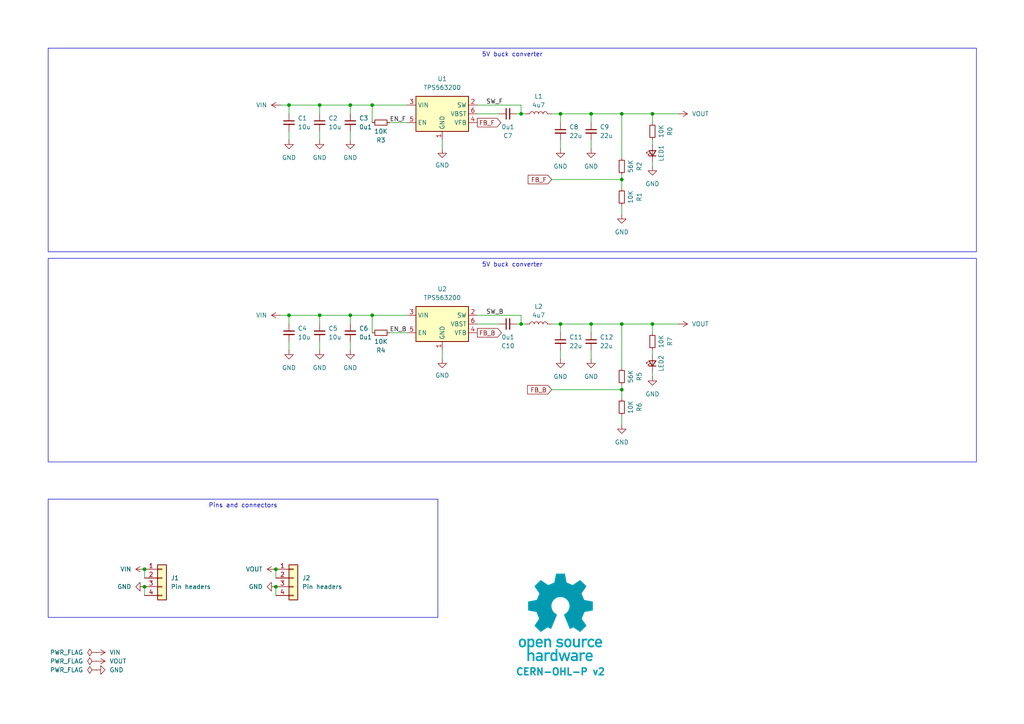
<source format=kicad_sch>
(kicad_sch (version 20231120) (generator "eeschema") (generator_version "8.0")
  (paper "A4")
  (lib_symbols
    (symbol "Connector_Generic:Conn_01x04" (pin_names (offset 1.016) hide)
      (property "Reference" "J" (at 0 5.08 0))
      (property "Value" "Conn_01x04" (at 0 -7.62 0))
      (symbol "Conn_01x04_1_1"
        (rectangle (start -1.27 -4.953) (end 0 -5.207) (stroke (width 0.1524)))
        (rectangle (start -1.27 -2.413) (end 0 -2.667) (stroke (width 0.1524)))
        (rectangle (start -1.27 0.127) (end 0 -0.127) (stroke (width 0.1524)))
        (rectangle (start -1.27 2.667) (end 0 2.413) (stroke (width 0.1524)))
        (rectangle (start -1.27 3.81) (end 1.27 -6.35) (stroke (width 0.254)) (fill (type background)))
        (pin passive line (at -5.08 2.54 0) (length 3.81) (name "Pin_1") (number "1"))
        (pin passive line (at -5.08 0 0) (length 3.81) (name "Pin_2") (number "2"))
        (pin passive line (at -5.08 -2.54 0) (length 3.81) (name "Pin_3") (number "3"))
        (pin passive line (at -5.08 -5.08 0) (length 3.81) (name "Pin_4") (number "4"))
      )
    )
    (symbol "Device:C_Small" (pin_numbers hide) (pin_names (offset 0.254) hide)
      (property "Reference" "C" (at 0.254 1.778 0))
      (property "Value" "C_Small" (at 0.254 -2.032 0))
      (symbol "C_Small_0_1"
        (polyline (pts (xy -1.524 -0.508) (xy 1.524 -0.508)) (stroke (width 0.3302)))
        (polyline (pts (xy -1.524 0.508) (xy 1.524 0.508)) (stroke (width 0.3048)))
      )
      (symbol "C_Small_1_1"
        (pin passive line (at 0 2.54 270) (length 2.032) (name "~") (number "1"))
        (pin passive line (at 0 -2.54 90) (length 2.032) (name "~") (number "2"))
      )
    )
    (symbol "Device:L" (pin_numbers hide) (pin_names (offset 1.016) hide)
      (property "Reference" "L" (at -1.27 0 90))
      (property "Value" "L" (at 1.905 0 90))
      (symbol "L_0_1"
        (arc (start 0 -2.54) (mid 0.6323 -1.905) (end 0 -1.27))
        (arc (start 0 -1.27) (mid 0.6323 -0.635) (end 0 0))
        (arc (start 0 0) (mid 0.6323 0.635) (end 0 1.27))
        (arc (start 0 1.27) (mid 0.6323 1.905) (end 0 2.54))
      )
      (symbol "L_1_1"
        (pin passive line (at 0 3.81 270) (length 1.27) (name "1") (number "1"))
        (pin passive line (at 0 -3.81 90) (length 1.27) (name "2") (number "2"))
      )
    )
    (symbol "Device:LED_Small" (pin_numbers hide) (pin_names (offset 0.254) hide)
      (property "Reference" "D" (at -1.27 3.175 0))
      (property "Value" "LED_Small" (at -4.445 -2.54 0))
      (symbol "LED_Small_0_1"
        (polyline (pts (xy -0.762 -1.016) (xy -0.762 1.016)) (stroke (width 0.254)))
        (polyline (pts (xy 1.016 0) (xy -0.762 0)))
        (polyline (pts (xy 0.762 -1.016) (xy -0.762 0) (xy 0.762 1.016) (xy 0.762 -1.016)) (stroke (width 0.254)))
        (polyline (pts (xy 0 0.762) (xy -0.508 1.27) (xy -0.254 1.27) (xy -0.508 1.27) (xy -0.508 1.016)))
        (polyline (pts (xy 0.508 1.27) (xy 0 1.778) (xy 0.254 1.778) (xy 0 1.778) (xy 0 1.524)))
      )
      (symbol "LED_Small_1_1"
        (pin passive line (at -2.54 0 0) (length 1.778) (name "K") (number "1"))
        (pin passive line (at 2.54 0 180) (length 1.778) (name "A") (number "2"))
      )
    )
    (symbol "Device:R_Small" (pin_numbers hide) (pin_names (offset 0.254) hide)
      (property "Reference" "R" (at 0.762 0.508 0))
      (property "Value" "R_Small" (at 0.762 -1.016 0))
      (symbol "R_Small_0_1"
        (rectangle (start -0.762 1.778) (end 0.762 -1.778) (stroke (width 0.2032)))
      )
      (symbol "R_Small_1_1"
        (pin passive line (at 0 2.54 270) (length 0.762) (name "~") (number "1"))
        (pin passive line (at 0 -2.54 90) (length 0.762) (name "~") (number "2"))
      )
    )
    (symbol "Regulator_Switching:TPS563200"
      (property "Reference" "U" (at -7.62 6.35 0))
      (property "Value" "TPS563200" (at -2.54 6.35 0))
      (symbol "TPS563200_0_1"
        (rectangle (start -7.62 5.08) (end 7.62 -5.08) (stroke (width 0.254)) (fill (type background)))
      )
      (symbol "TPS563200_1_1"
        (pin power_in line (at 0 -7.62 90) (length 2.54) (name "GND") (number "1"))
        (pin output line (at 10.16 2.54 180) (length 2.54) (name "SW") (number "2"))
        (pin power_in line (at -10.16 2.54 0) (length 2.54) (name "VIN") (number "3"))
        (pin input line (at 10.16 -2.54 180) (length 2.54) (name "VFB") (number "4"))
        (pin input line (at -10.16 -2.54 0) (length 2.54) (name "EN") (number "5"))
        (pin passive line (at 10.16 0 180) (length 2.54) (name "VBST") (number "6"))
      )
    )
    (symbol "power:GND" (power) (pin_numbers hide) (pin_names (offset 0) hide)
      (property "Value" "GND" (at 0 -3.81 0))
      (symbol "GND_0_1"
        (polyline (pts (xy 0 0) (xy 0 -1.27) (xy 1.27 -1.27) (xy 0 -2.54) (xy -1.27 -1.27) (xy 0 -1.27)))
      )
      (symbol "GND_1_1"
        (pin power_in line (at 0 0 270) (length 0) (name "~") (number "1"))
      )
    )
    (symbol "power:PWR_FLAG" (power) (pin_numbers hide) (pin_names (offset 0) hide)
      (property "Value" "PWR_FLAG" (at 0 3.81 0))
      (symbol "PWR_FLAG_0_0"
        (pin power_out line (at 0 0 90) (length 0) (name "~") (number "1"))
      )
      (symbol "PWR_FLAG_0_1"
        (polyline (pts (xy 0 0) (xy 0 1.27) (xy -1.016 1.905) (xy 0 2.54) (xy 1.016 1.905) (xy 0 1.27)))
      )
    )
    (symbol "power:VCC" (power) (pin_numbers hide) (pin_names (offset 0) hide)
      (property "Value" "VCC" (at 0 3.556 0))
      (symbol "VCC_0_1"
        (polyline (pts (xy -0.762 1.27) (xy 0 2.54)))
        (polyline (pts (xy 0 0) (xy 0 2.54)))
        (polyline (pts (xy 0 2.54) (xy 0.762 1.27)))
      )
      (symbol "VCC_1_1"
        (pin power_in line (at 0 0 90) (length 0) (name "~") (number "1"))
      )
    )
  )
  (junction (at 180.34 52.07))
  (junction (at 151.13 33.02))
  (junction (at 80.01 165.1))
  (junction (at 171.45 33.02))
  (junction (at 180.34 93.98))
  (junction (at 83.82 91.44))
  (junction (at 189.23 33.02))
  (junction (at 180.34 33.02))
  (junction (at 189.23 93.98))
  (junction (at 83.82 30.48))
  (junction (at 162.56 33.02))
  (junction (at 107.95 30.48))
  (junction (at 107.95 91.44))
  (junction (at 41.91 170.18))
  (junction (at 101.6 91.44))
  (junction (at 180.34 113.03))
  (junction (at 41.91 165.1))
  (junction (at 80.01 170.18))
  (junction (at 101.6 30.48))
  (junction (at 171.45 93.98))
  (junction (at 92.71 30.48))
  (junction (at 162.56 93.98))
  (junction (at 151.13 93.98))
  (junction (at 92.71 91.44))
  (wire (pts (xy 162.56 33.02) (xy 162.56 35.56)))
  (wire (pts (xy 138.43 93.98) (xy 144.78 93.98)))
  (wire (pts (xy 113.03 35.56) (xy 118.11 35.56)))
  (wire (pts (xy 107.95 91.44) (xy 107.95 96.52)))
  (wire (pts (xy 41.91 170.18) (xy 41.91 172.72)))
  (wire (pts (xy 113.03 96.52) (xy 118.11 96.52)))
  (wire (pts (xy 160.02 52.07) (xy 180.34 52.07)))
  (wire (pts (xy 92.71 30.48) (xy 101.6 30.48)))
  (wire (pts (xy 128.27 43.18) (xy 128.27 40.64)))
  (wire (pts (xy 180.34 33.02) (xy 189.23 33.02)))
  (wire (pts (xy 162.56 93.98) (xy 171.45 93.98)))
  (wire (pts (xy 189.23 96.52) (xy 189.23 93.98)))
  (wire (pts (xy 171.45 96.52) (xy 171.45 93.98)))
  (wire (pts (xy 160.02 33.02) (xy 162.56 33.02)))
  (wire (pts (xy 180.34 113.03) (xy 180.34 115.57)))
  (wire (pts (xy 180.34 111.76) (xy 180.34 113.03)))
  (wire (pts (xy 196.85 33.02) (xy 189.23 33.02)))
  (wire (pts (xy 138.43 33.02) (xy 144.78 33.02)))
  (wire (pts (xy 92.71 33.02) (xy 92.71 30.48)))
  (wire (pts (xy 189.23 40.64) (xy 189.23 41.91)))
  (wire (pts (xy 81.28 30.48) (xy 83.82 30.48)))
  (wire (pts (xy 101.6 33.02) (xy 101.6 30.48)))
  (wire (pts (xy 162.56 93.98) (xy 162.56 96.52)))
  (wire (pts (xy 41.91 165.1) (xy 41.91 167.64)))
  (wire (pts (xy 92.71 93.98) (xy 92.71 91.44)))
  (wire (pts (xy 107.95 91.44) (xy 118.11 91.44)))
  (wire (pts (xy 80.01 165.1) (xy 80.01 167.64)))
  (wire (pts (xy 83.82 91.44) (xy 92.71 91.44)))
  (wire (pts (xy 189.23 101.6) (xy 189.23 102.87)))
  (wire (pts (xy 180.34 93.98) (xy 189.23 93.98)))
  (wire (pts (xy 149.86 33.02) (xy 151.13 33.02)))
  (wire (pts (xy 189.23 35.56) (xy 189.23 33.02)))
  (wire (pts (xy 180.34 93.98) (xy 180.34 106.68)))
  (wire (pts (xy 180.34 123.19) (xy 180.34 120.65)))
  (wire (pts (xy 83.82 33.02) (xy 83.82 30.48)))
  (wire (pts (xy 149.86 93.98) (xy 151.13 93.98)))
  (wire (pts (xy 189.23 109.22) (xy 189.23 107.95)))
  (wire (pts (xy 171.45 35.56) (xy 171.45 33.02)))
  (wire (pts (xy 180.34 62.23) (xy 180.34 59.69)))
  (wire (pts (xy 81.28 91.44) (xy 83.82 91.44)))
  (wire (pts (xy 92.71 101.6) (xy 92.71 99.06)))
  (wire (pts (xy 92.71 91.44) (xy 101.6 91.44)))
  (wire (pts (xy 160.02 93.98) (xy 162.56 93.98)))
  (wire (pts (xy 180.34 33.02) (xy 180.34 45.72)))
  (wire (pts (xy 107.95 30.48) (xy 107.95 35.56)))
  (wire (pts (xy 151.13 93.98) (xy 152.4 93.98)))
  (wire (pts (xy 101.6 40.64) (xy 101.6 38.1)))
  (wire (pts (xy 101.6 93.98) (xy 101.6 91.44)))
  (wire (pts (xy 138.43 91.44) (xy 151.13 91.44)))
  (wire (pts (xy 107.95 30.48) (xy 118.11 30.48)))
  (wire (pts (xy 196.85 93.98) (xy 189.23 93.98)))
  (wire (pts (xy 171.45 104.14) (xy 171.45 101.6)))
  (wire (pts (xy 162.56 33.02) (xy 171.45 33.02)))
  (wire (pts (xy 151.13 30.48) (xy 151.13 33.02)))
  (wire (pts (xy 92.71 40.64) (xy 92.71 38.1)))
  (wire (pts (xy 80.01 170.18) (xy 80.01 172.72)))
  (wire (pts (xy 180.34 33.02) (xy 171.45 33.02)))
  (wire (pts (xy 101.6 30.48) (xy 107.95 30.48)))
  (wire (pts (xy 128.27 104.14) (xy 128.27 101.6)))
  (wire (pts (xy 83.82 30.48) (xy 92.71 30.48)))
  (wire (pts (xy 83.82 101.6) (xy 83.82 99.06)))
  (wire (pts (xy 180.34 50.8) (xy 180.34 52.07)))
  (wire (pts (xy 171.45 43.18) (xy 171.45 40.64)))
  (wire (pts (xy 138.43 30.48) (xy 151.13 30.48)))
  (wire (pts (xy 162.56 104.14) (xy 162.56 101.6)))
  (wire (pts (xy 83.82 93.98) (xy 83.82 91.44)))
  (wire (pts (xy 180.34 52.07) (xy 180.34 54.61)))
  (wire (pts (xy 180.34 93.98) (xy 171.45 93.98)))
  (wire (pts (xy 101.6 91.44) (xy 107.95 91.44)))
  (wire (pts (xy 162.56 43.18) (xy 162.56 40.64)))
  (wire (pts (xy 83.82 40.64) (xy 83.82 38.1)))
  (wire (pts (xy 160.02 113.03) (xy 180.34 113.03)))
  (wire (pts (xy 101.6 101.6) (xy 101.6 99.06)))
  (wire (pts (xy 189.23 48.26) (xy 189.23 46.99)))
  (wire (pts (xy 151.13 33.02) (xy 152.4 33.02)))
  (wire (pts (xy 151.13 91.44) (xy 151.13 93.98)))
  (image (at 162.56 179.07) (scale 0.37481))
  (text_box "Pins and connectors" (at 13.97 144.78 0) (size 113.03 34.29) (effects (font (size 1.27 1.27)) (justify top)))
  (text_box "5V buck converter\n" (at 13.97 13.97 0) (size 269.24 59.055) (effects (font (size 1.27 1.27)) (justify top)))
  (text_box "5V buck converter\n" (at 13.97 74.93 0) (size 269.24 59.055) (effects (font (size 1.27 1.27)) (justify top)))
  (text "CERN-OHL-P v2" (at 162.56 195.072 0) (effects (font (size 2 2) (thickness 0.4) (bold yes))))
  (label "EN_B" (at 113.03 96.52 0))
  (label "EN_F" (at 113.03 35.56 0))
  (label "SW_B" (at 140.97 91.44 0))
  (label "SW_F" (at 140.97 30.48 0))
  (global_label "FB_F" (shape output) (at 138.43 35.56 0) (property "Intersheetrefs" "${INTERSHEET_REFS}" (effects (hide yes))))
  (global_label "FB_B" (shape input) (at 160.02 113.03 180) (property "Intersheetrefs" "${INTERSHEET_REFS}" (effects (hide yes))))
  (global_label "FB_F" (shape input) (at 160.02 52.07 180) (property "Intersheetrefs" "${INTERSHEET_REFS}" (effects (hide yes))))
  (global_label "FB_B" (shape output) (at 138.43 96.52 0) (property "Intersheetrefs" "${INTERSHEET_REFS}" (effects (hide yes))))
  (symbol (lib_id "Device:R_Small") (at 189.23 99.06 0) (mirror x) (unit 1)
    (property "Reference" "R7" (at 194.31 99.06 90))
    (property "Value" "10K" (at 191.77 99.06 90))
    (property "Footprint" "Resistor_SMD:R_0603_1608Metric_Pad0.98x0.95mm_HandSolder" (effects (hide yes)))
    (property "Description" "Resistor, small symbol" (effects (hide yes)))
  )
  (symbol (lib_id "Device:C_Small") (at 147.32 33.02 90) (mirror x) (unit 1)
    (property "Reference" "C7" (at 147.3263 39.37 90))
    (property "Value" "0u1" (at 147.3263 36.83 90))
    (property "Footprint" "custom:C_0603_1608Metric_Pad1.08x0.95mm_HandSolder" (effects (hide yes)))
    (property "Description" "Unpolarized capacitor, small symbol" (effects (hide yes)))
  )
  (symbol (lib_id "Regulator_Switching:TPS563200") (at 128.27 33.02 0) (unit 1)
    (property "Reference" "U1" (at 128.27 22.86 0))
    (property "Value" "TPS563200" (at 128.27 25.4 0))
    (property "Footprint" "custom:SOT-23-6_Handsoldering_simple" (effects (hide yes)))
    (property "Datasheet" "http://www.ti.com/lit/ds/symlink/tps563200.pdf" (effects (hide yes)))
    (property "Description" "3A Synchronous Step-Down Voltage Regulator, Adjustable Output Voltage, 4.5-17V Input Voltage, SOT-23-6" (effects (hide yes)))
  )
  (symbol (lib_id "Device:C_Small") (at 101.6 35.56 0) (unit 1)
    (property "Reference" "C3" (at 104.14 34.2962 0) (effects (justify left)))
    (property "Value" "0u1" (at 104.14 36.8362 0) (effects (justify left)))
    (property "Footprint" "custom:C_0603_1608Metric_Pad1.08x0.95mm_HandSolder" (effects (hide yes)))
    (property "Description" "Unpolarized capacitor, small symbol" (effects (hide yes)))
  )
  (symbol (lib_id "Device:LED_Small") (at 189.23 44.45 90) (unit 1)
    (property "Reference" "LED1" (at 191.77 44.45 0))
    (property "Value" "LED_Small" (effects (hide yes)))
    (property "Footprint" "custom:LED_0603_1608Metric_Pad1.05x0.95mm_HandSolder_simple" (effects (hide yes)))
    (property "Description" "Light emitting diode, small symbol" (effects (hide yes)))
  )
  (symbol (lib_id "power:GND") (at 171.45 43.18 0) (unit 1)
    (property "Reference" "#PWR017" (effects (hide yes)))
    (property "Value" "GND" (at 171.45 48.26 0))
    (property "Description" "Power symbol creates a global label with name \"GND\" , ground" (effects (hide yes)))
  )
  (symbol (lib_id "Device:R_Small") (at 180.34 48.26 0) (mirror x) (unit 1)
    (property "Reference" "R2" (at 185.42 48.26 90))
    (property "Value" "56K" (at 182.88 48.26 90))
    (property "Footprint" "Resistor_SMD:R_0603_1608Metric_Pad0.98x0.95mm_HandSolder" (effects (hide yes)))
    (property "Description" "Resistor, small symbol" (effects (hide yes)))
  )
  (symbol (lib_id "Device:C_Small") (at 162.56 99.06 0) (unit 1)
    (property "Reference" "C11" (at 165.1 97.7962 0) (effects (justify left)))
    (property "Value" "22u" (at 165.1 100.3362 0) (effects (justify left)))
    (property "Footprint" "custom:C_0603_1608Metric_Pad1.08x0.95mm_HandSolder" (effects (hide yes)))
    (property "Description" "Unpolarized capacitor, small symbol" (effects (hide yes)))
  )
  (symbol (lib_id "power:PWR_FLAG") (at 27.94 189.23 90) (unit 1)
    (property "Reference" "#FLG03" (effects (hide yes)))
    (property "Value" "PWR_FLAG" (at 24.13 189.2299 90) (effects (justify left)))
    (property "Description" "Special symbol for telling ERC where power comes from" (effects (hide yes)))
  )
  (symbol (lib_id "power:VCC") (at 41.91 165.1 90) (mirror x) (unit 1)
    (property "Reference" "#PWR04" (effects (hide yes)))
    (property "Value" "VIN" (at 38.1 165.0999 90) (effects (justify left)))
    (property "Description" "Power symbol creates a global label with name \"VCC\"" (effects (hide yes)))
  )
  (symbol (lib_id "power:GND") (at 189.23 109.22 0) (unit 1)
    (property "Reference" "#PWR026" (effects (hide yes)))
    (property "Value" "GND" (at 189.23 114.3 0))
    (property "Description" "Power symbol creates a global label with name \"GND\" , ground" (effects (hide yes)))
  )
  (symbol (lib_id "power:GND") (at 162.56 43.18 0) (unit 1)
    (property "Reference" "#PWR016" (effects (hide yes)))
    (property "Value" "GND" (at 162.56 48.26 0))
    (property "Description" "Power symbol creates a global label with name \"GND\" , ground" (effects (hide yes)))
  )
  (symbol (lib_id "power:GND") (at 128.27 104.14 0) (unit 1)
    (property "Reference" "#PWR022" (effects (hide yes)))
    (property "Value" "GND" (at 128.27 108.8701 0))
    (property "Description" "Power symbol creates a global label with name \"GND\" , ground" (effects (hide yes)))
  )
  (symbol (lib_id "Device:R_Small") (at 110.49 35.56 90) (mirror x) (unit 1)
    (property "Reference" "R3" (at 110.49 40.64 90))
    (property "Value" "10K" (at 110.49 38.1 90))
    (property "Footprint" "Resistor_SMD:R_0603_1608Metric_Pad0.98x0.95mm_HandSolder" (effects (hide yes)))
    (property "Description" "Resistor, small symbol" (effects (hide yes)))
  )
  (symbol (lib_id "Device:C_Small") (at 147.32 93.98 90) (mirror x) (unit 1)
    (property "Reference" "C10" (at 147.3263 100.33 90))
    (property "Value" "0u1" (at 147.3263 97.79 90))
    (property "Footprint" "custom:C_0603_1608Metric_Pad1.08x0.95mm_HandSolder" (effects (hide yes)))
    (property "Description" "Unpolarized capacitor, small symbol" (effects (hide yes)))
  )
  (symbol (lib_id "Device:LED_Small") (at 189.23 105.41 90) (unit 1)
    (property "Reference" "LED2" (at 191.77 105.41 0))
    (property "Value" "LED_Small" (effects (hide yes)))
    (property "Footprint" "custom:LED_0603_1608Metric_Pad1.05x0.95mm_HandSolder_simple" (effects (hide yes)))
    (property "Description" "Light emitting diode, small symbol" (effects (hide yes)))
  )
  (symbol (lib_id "Device:C_Small") (at 162.56 38.1 0) (unit 1)
    (property "Reference" "C8" (at 165.1 36.8362 0) (effects (justify left)))
    (property "Value" "22u" (at 165.1 39.3762 0) (effects (justify left)))
    (property "Footprint" "custom:C_0603_1608Metric_Pad1.08x0.95mm_HandSolder" (effects (hide yes)))
    (property "Description" "Unpolarized capacitor, small symbol" (effects (hide yes)))
  )
  (symbol (lib_id "power:VCC") (at 27.94 191.77 270) (unit 1)
    (property "Reference" "#PWR01" (effects (hide yes)))
    (property "Value" "VOUT" (at 31.75 191.7699 90) (effects (justify left)))
    (property "Description" "Power symbol creates a global label with name \"VCC\"" (effects (hide yes)))
  )
  (symbol (lib_id "power:GND") (at 128.27 43.18 0) (unit 1)
    (property "Reference" "#PWR015" (effects (hide yes)))
    (property "Value" "GND" (at 128.27 47.9101 0))
    (property "Description" "Power symbol creates a global label with name \"GND\" , ground" (effects (hide yes)))
  )
  (symbol (lib_id "Device:C_Small") (at 101.6 96.52 0) (unit 1)
    (property "Reference" "C6" (at 104.14 95.2562 0) (effects (justify left)))
    (property "Value" "0u1" (at 104.14 97.7962 0) (effects (justify left)))
    (property "Footprint" "custom:C_0603_1608Metric_Pad1.08x0.95mm_HandSolder" (effects (hide yes)))
    (property "Description" "Unpolarized capacitor, small symbol" (effects (hide yes)))
  )
  (symbol (lib_id "power:GND") (at 180.34 123.19 0) (unit 1)
    (property "Reference" "#PWR025" (effects (hide yes)))
    (property "Value" "GND" (at 180.34 128.27 0))
    (property "Description" "Power symbol creates a global label with name \"GND\" , ground" (effects (hide yes)))
  )
  (symbol (lib_id "power:GND") (at 41.91 170.18 270) (mirror x) (unit 1)
    (property "Reference" "#PWR05" (effects (hide yes)))
    (property "Value" "GND" (at 38.1 170.1799 90) (effects (justify right)))
    (property "Description" "Power symbol creates a global label with name \"GND\" , ground" (effects (hide yes)))
  )
  (symbol (lib_id "power:GND") (at 101.6 101.6 0) (unit 1)
    (property "Reference" "#PWR014" (effects (hide yes)))
    (property "Value" "GND" (at 101.6 106.68 0))
    (property "Description" "Power symbol creates a global label with name \"GND\" , ground" (effects (hide yes)))
  )
  (symbol (lib_id "power:GND") (at 27.94 194.31 90) (unit 1)
    (property "Reference" "#PWR02" (effects (hide yes)))
    (property "Value" "GND" (at 31.75 194.3099 90) (effects (justify right)))
    (property "Description" "Power symbol creates a global label with name \"GND\" , ground" (effects (hide yes)))
  )
  (symbol (lib_id "power:VCC") (at 81.28 91.44 90) (unit 1)
    (property "Reference" "#PWR011" (effects (hide yes)))
    (property "Value" "VIN" (at 77.47 91.4399 90) (effects (justify left)))
    (property "Description" "Power symbol creates a global label with name \"VCC\"" (effects (hide yes)))
  )
  (symbol (lib_id "Device:R_Small") (at 180.34 109.22 0) (mirror x) (unit 1)
    (property "Reference" "R5" (at 185.42 109.22 90))
    (property "Value" "56K" (at 182.88 109.22 90))
    (property "Footprint" "Resistor_SMD:R_0603_1608Metric_Pad0.98x0.95mm_HandSolder" (effects (hide yes)))
    (property "Description" "Resistor, small symbol" (effects (hide yes)))
  )
  (symbol (lib_id "Connector_Generic:Conn_01x04") (at 85.09 167.64 0) (unit 1)
    (property "Reference" "J2" (at 87.63 167.6399 0) (effects (justify left)))
    (property "Value" "Pin headers" (at 87.63 170.1799 0) (effects (justify left)))
    (property "Footprint" "custom:PinHeader_1x04_P2.54mm_Vertical_simple" (effects (hide yes)))
    (property "Description" "Generic connector, single row, 01x04, script generated (kicad-library-utils/schlib/autogen/connector/)" (effects (hide yes)))
  )
  (symbol (lib_id "Device:L") (at 156.21 33.02 90) (unit 1)
    (property "Reference" "L1" (at 156.21 27.94 90))
    (property "Value" "4u7" (at 156.21 30.48 90))
    (property "Footprint" "lcsc:IND-SMD_L2.5-W2.0_MHCHL2520" (effects (hide yes)))
    (property "Description" "Inductor" (effects (hide yes)))
  )
  (symbol (lib_id "power:GND") (at 162.56 104.14 0) (unit 1)
    (property "Reference" "#PWR023" (effects (hide yes)))
    (property "Value" "GND" (at 162.56 109.22 0))
    (property "Description" "Power symbol creates a global label with name \"GND\" , ground" (effects (hide yes)))
  )
  (symbol (lib_id "Device:C_Small") (at 92.71 96.52 0) (unit 1)
    (property "Reference" "C5" (at 95.25 95.2562 0) (effects (justify left)))
    (property "Value" "10u" (at 95.25 97.7962 0) (effects (justify left)))
    (property "Footprint" "custom:C_0603_1608Metric_Pad1.08x0.95mm_HandSolder" (effects (hide yes)))
    (property "Description" "Unpolarized capacitor, small symbol" (effects (hide yes)))
  )
  (symbol (lib_id "Regulator_Switching:TPS563200") (at 128.27 93.98 0) (unit 1)
    (property "Reference" "U2" (at 128.27 83.82 0))
    (property "Value" "TPS563200" (at 128.27 86.36 0))
    (property "Footprint" "custom:SOT-23-6_Handsoldering_simple" (effects (hide yes)))
    (property "Datasheet" "http://www.ti.com/lit/ds/symlink/tps563200.pdf" (effects (hide yes)))
    (property "Description" "3A Synchronous Step-Down Voltage Regulator, Adjustable Output Voltage, 4.5-17V Input Voltage, SOT-23-6" (effects (hide yes)))
  )
  (symbol (lib_id "power:VCC") (at 81.28 30.48 90) (unit 1)
    (property "Reference" "#PWR08" (effects (hide yes)))
    (property "Value" "VIN" (at 77.47 30.4799 90) (effects (justify left)))
    (property "Description" "Power symbol creates a global label with name \"VCC\"" (effects (hide yes)))
  )
  (symbol (lib_id "power:GND") (at 101.6 40.64 0) (unit 1)
    (property "Reference" "#PWR010" (effects (hide yes)))
    (property "Value" "GND" (at 101.6 45.72 0))
    (property "Description" "Power symbol creates a global label with name \"GND\" , ground" (effects (hide yes)))
  )
  (symbol (lib_id "Device:R_Small") (at 110.49 96.52 90) (mirror x) (unit 1)
    (property "Reference" "R4" (at 110.49 101.6 90))
    (property "Value" "10K" (at 110.49 99.06 90))
    (property "Footprint" "Resistor_SMD:R_0603_1608Metric_Pad0.98x0.95mm_HandSolder" (effects (hide yes)))
    (property "Description" "Resistor, small symbol" (effects (hide yes)))
  )
  (symbol (lib_id "power:VCC") (at 27.94 189.23 270) (unit 1)
    (property "Reference" "#PWR03" (effects (hide yes)))
    (property "Value" "VIN" (at 31.75 189.2299 90) (effects (justify left)))
    (property "Description" "Power symbol creates a global label with name \"VCC\"" (effects (hide yes)))
  )
  (symbol (lib_id "power:PWR_FLAG") (at 27.94 191.77 90) (unit 1)
    (property "Reference" "#FLG01" (effects (hide yes)))
    (property "Value" "PWR_FLAG" (at 24.13 191.7699 90) (effects (justify left)))
    (property "Description" "Special symbol for telling ERC where power comes from" (effects (hide yes)))
  )
  (symbol (lib_id "Device:C_Small") (at 83.82 96.52 0) (unit 1)
    (property "Reference" "C4" (at 86.36 95.2562 0) (effects (justify left)))
    (property "Value" "10u" (at 86.36 97.7962 0) (effects (justify left)))
    (property "Footprint" "custom:C_0603_1608Metric_Pad1.08x0.95mm_HandSolder" (effects (hide yes)))
    (property "Description" "Unpolarized capacitor, small symbol" (effects (hide yes)))
  )
  (symbol (lib_id "power:VCC") (at 196.85 93.98 270) (unit 1)
    (property "Reference" "#PWR027" (effects (hide yes)))
    (property "Value" "VOUT" (at 200.66 93.9801 90) (effects (justify left)))
    (property "Description" "Power symbol creates a global label with name \"VCC\"" (effects (hide yes)))
  )
  (symbol (lib_id "Device:C_Small") (at 92.71 35.56 0) (unit 1)
    (property "Reference" "C2" (at 95.25 34.2962 0) (effects (justify left)))
    (property "Value" "10u" (at 95.25 36.8362 0) (effects (justify left)))
    (property "Footprint" "custom:C_0603_1608Metric_Pad1.08x0.95mm_HandSolder" (effects (hide yes)))
    (property "Description" "Unpolarized capacitor, small symbol" (effects (hide yes)))
  )
  (symbol (lib_id "Device:R_Small") (at 189.23 38.1 0) (mirror x) (unit 1)
    (property "Reference" "R0" (at 194.31 38.1 90))
    (property "Value" "10K" (at 191.77 38.1 90))
    (property "Footprint" "Resistor_SMD:R_0603_1608Metric_Pad0.98x0.95mm_HandSolder" (effects (hide yes)))
    (property "Description" "Resistor, small symbol" (effects (hide yes)))
  )
  (symbol (lib_id "power:GND") (at 83.82 101.6 0) (unit 1)
    (property "Reference" "#PWR012" (effects (hide yes)))
    (property "Value" "GND" (at 83.82 106.68 0))
    (property "Description" "Power symbol creates a global label with name \"GND\" , ground" (effects (hide yes)))
  )
  (symbol (lib_id "Device:R_Small") (at 180.34 57.15 0) (mirror x) (unit 1)
    (property "Reference" "R1" (at 185.42 57.15 90))
    (property "Value" "10K" (at 182.88 57.15 90))
    (property "Footprint" "Resistor_SMD:R_0603_1608Metric_Pad0.98x0.95mm_HandSolder" (effects (hide yes)))
    (property "Description" "Resistor, small symbol" (effects (hide yes)))
  )
  (symbol (lib_id "Device:C_Small") (at 171.45 38.1 0) (unit 1)
    (property "Reference" "C9" (at 173.99 36.8362 0) (effects (justify left)))
    (property "Value" "22u" (at 173.99 39.3762 0) (effects (justify left)))
    (property "Footprint" "custom:C_0603_1608Metric_Pad1.08x0.95mm_HandSolder" (effects (hide yes)))
    (property "Description" "Unpolarized capacitor, small symbol" (effects (hide yes)))
  )
  (symbol (lib_id "power:PWR_FLAG") (at 27.94 194.31 90) (unit 1)
    (property "Reference" "#FLG02" (effects (hide yes)))
    (property "Value" "PWR_FLAG" (at 24.13 194.3099 90) (effects (justify left)))
    (property "Description" "Special symbol for telling ERC where power comes from" (effects (hide yes)))
  )
  (symbol (lib_id "power:GND") (at 180.34 62.23 0) (unit 1)
    (property "Reference" "#PWR020" (effects (hide yes)))
    (property "Value" "GND" (at 180.34 67.31 0))
    (property "Description" "Power symbol creates a global label with name \"GND\" , ground" (effects (hide yes)))
  )
  (symbol (lib_id "Connector_Generic:Conn_01x04") (at 46.99 167.64 0) (unit 1)
    (property "Reference" "J1" (at 49.53 167.6399 0) (effects (justify left)))
    (property "Value" "Pin headers" (at 49.53 170.1799 0) (effects (justify left)))
    (property "Footprint" "custom:PinHeader_1x04_P2.54mm_Vertical_simple" (effects (hide yes)))
    (property "Description" "Generic connector, single row, 01x04, script generated (kicad-library-utils/schlib/autogen/connector/)" (effects (hide yes)))
  )
  (symbol (lib_id "power:GND") (at 92.71 101.6 0) (unit 1)
    (property "Reference" "#PWR013" (effects (hide yes)))
    (property "Value" "GND" (at 92.71 106.68 0))
    (property "Description" "Power symbol creates a global label with name \"GND\" , ground" (effects (hide yes)))
  )
  (symbol (lib_id "power:VCC") (at 196.85 33.02 270) (unit 1)
    (property "Reference" "#PWR018" (effects (hide yes)))
    (property "Value" "VOUT" (at 200.66 33.0201 90) (effects (justify left)))
    (property "Description" "Power symbol creates a global label with name \"VCC\"" (effects (hide yes)))
  )
  (symbol (lib_id "Device:C_Small") (at 83.82 35.56 0) (unit 1)
    (property "Reference" "C1" (at 86.36 34.2962 0) (effects (justify left)))
    (property "Value" "10u" (at 86.36 36.8362 0) (effects (justify left)))
    (property "Footprint" "custom:C_0603_1608Metric_Pad1.08x0.95mm_HandSolder" (effects (hide yes)))
    (property "Description" "Unpolarized capacitor, small symbol" (effects (hide yes)))
  )
  (symbol (lib_id "Device:C_Small") (at 171.45 99.06 0) (unit 1)
    (property "Reference" "C12" (at 173.99 97.7962 0) (effects (justify left)))
    (property "Value" "22u" (at 173.99 100.3362 0) (effects (justify left)))
    (property "Footprint" "custom:C_0603_1608Metric_Pad1.08x0.95mm_HandSolder" (effects (hide yes)))
    (property "Description" "Unpolarized capacitor, small symbol" (effects (hide yes)))
  )
  (symbol (lib_id "power:GND") (at 171.45 104.14 0) (unit 1)
    (property "Reference" "#PWR024" (effects (hide yes)))
    (property "Value" "GND" (at 171.45 109.22 0))
    (property "Description" "Power symbol creates a global label with name \"GND\" , ground" (effects (hide yes)))
  )
  (symbol (lib_id "power:GND") (at 80.01 170.18 270) (mirror x) (unit 1)
    (property "Reference" "#PWR07" (effects (hide yes)))
    (property "Value" "GND" (at 76.2 170.1799 90) (effects (justify right)))
    (property "Description" "Power symbol creates a global label with name \"GND\" , ground" (effects (hide yes)))
  )
  (symbol (lib_id "Device:L") (at 156.21 93.98 90) (unit 1)
    (property "Reference" "L2" (at 156.21 88.9 90))
    (property "Value" "4u7" (at 156.21 91.44 90))
    (property "Footprint" "lcsc:IND-SMD_L2.5-W2.0_MHCHL2520" (effects (hide yes)))
    (property "Description" "Inductor" (effects (hide yes)))
  )
  (symbol (lib_id "power:GND") (at 83.82 40.64 0) (unit 1)
    (property "Reference" "#PWR09" (effects (hide yes)))
    (property "Value" "GND" (at 83.82 45.72 0))
    (property "Description" "Power symbol creates a global label with name \"GND\" , ground" (effects (hide yes)))
  )
  (symbol (lib_id "Device:R_Small") (at 180.34 118.11 0) (mirror x) (unit 1)
    (property "Reference" "R6" (at 185.42 118.11 90))
    (property "Value" "10K" (at 182.88 118.11 90))
    (property "Footprint" "Resistor_SMD:R_0603_1608Metric_Pad0.98x0.95mm_HandSolder" (effects (hide yes)))
    (property "Description" "Resistor, small symbol" (effects (hide yes)))
  )
  (symbol (lib_id "power:GND") (at 189.23 48.26 0) (unit 1)
    (property "Reference" "#PWR019" (effects (hide yes)))
    (property "Value" "GND" (at 189.23 53.34 0))
    (property "Description" "Power symbol creates a global label with name \"GND\" , ground" (effects (hide yes)))
  )
  (symbol (lib_id "power:VCC") (at 80.01 165.1 90) (mirror x) (unit 1)
    (property "Reference" "#PWR06" (effects (hide yes)))
    (property "Value" "VOUT" (at 76.2 165.0999 90) (effects (justify left)))
    (property "Description" "Power symbol creates a global label with name \"VCC\"" (effects (hide yes)))
  )
  (symbol (lib_id "power:GND") (at 92.71 40.64 0) (unit 1)
    (property "Reference" "#PWR021" (effects (hide yes)))
    (property "Value" "GND" (at 92.71 45.72 0))
    (property "Description" "Power symbol creates a global label with name \"GND\" , ground" (effects (hide yes)))
  )
)
</source>
